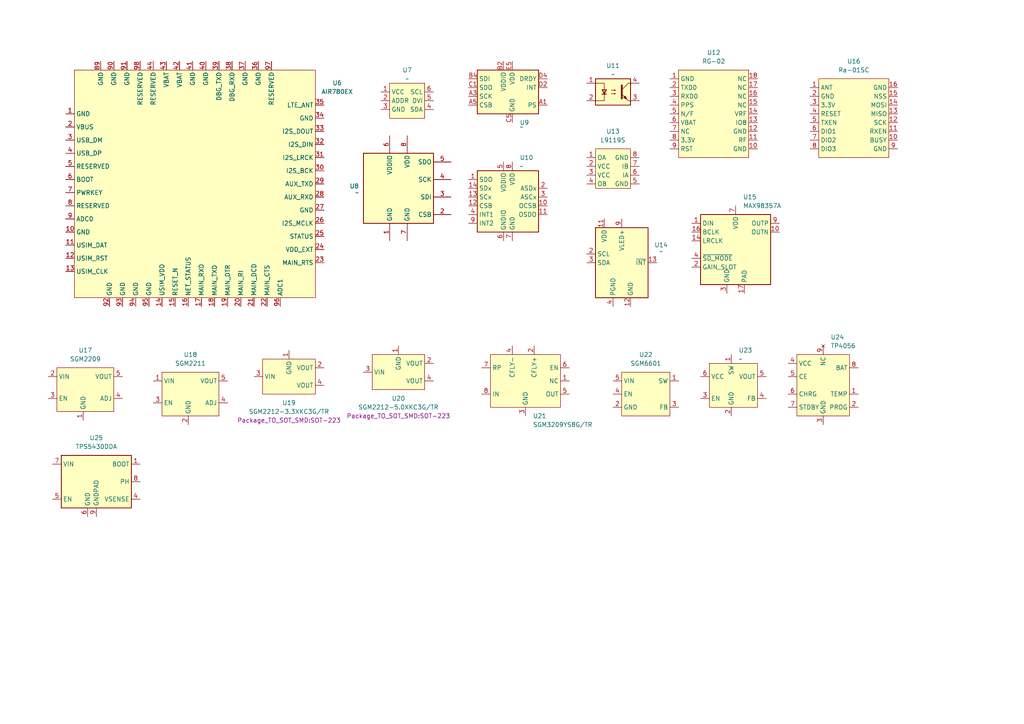
<source format=kicad_sch>
(kicad_sch (version 20241209) (generator "eeschema") (generator_version "9.0")
  (paper "A4")
  (lib_symbols
    (symbol "EXT_IC_Power:SGM2209-ADJ"
      (property "Reference" "U" (at 0 0 0))
      (property "Value" "SGM2209" (at 0 0 0))
      (symbol "SGM2209-ADJ_0_0"
        (pin passive line (at -10.16 12.7 0) (length 2.54) (name "EN") (number "3"))
        (pin passive line (at 11.43 19.05 180) (length 2.54) (name "VOUT") (number "5"))
      )
      (symbol "SGM2209-ADJ_1_0"
        (pin passive line (at -10.16 19.05 0) (length 2.54) (name "VIN") (number "2"))
        (pin passive line (at 0 6.35 90) (length 2.54) (name "GND") (number "1"))
        (pin passive line (at 11.43 12.7 180) (length 2.54) (name "ADJ") (number "4"))
      )
      (symbol "SGM2209-ADJ_1_1"
        (rectangle (start -7.62 21.59) (end 8.89 8.89) (fill (type background)))
      )
    )
    (symbol "EXT_IC_Power:SGM2211-ADJ"
      (property "Reference" "U" (at 1.27 6.35 0))
      (property "Value" "SGM2211" (at 7.366 -4.572 0))
      (symbol "SGM2211-ADJ_0_0"
        (pin passive line (at -8.89 7.62 0) (length 2.54) (name "VIN") (number "1"))
        (pin passive line (at -8.89 1.27 0) (length 2.54) (name "EN") (number "3"))
        (pin passive line (at 1.27 -5.08 90) (length 2.54) (name "GND") (number "2"))
        (pin passive line (at 12.7 7.62 180) (length 2.54) (name "VOUT") (number "5"))
      )
      (symbol "SGM2211-ADJ_1_0"
        (pin passive line (at 12.7 1.27 180) (length 2.54) (name "ADJ") (number "4"))
      )
      (symbol "SGM2211-ADJ_1_1"
        (rectangle (start -6.35 10.16) (end 10.16 -2.54) (fill (type background)))
      )
    )
    (symbol "EXT_IC_Power:SGM2212-3.3XKC3G/TR"
      (property "Reference" "U" (at 0 11.43 0))
      (property "Value" "SGM2212-3.3XKC3G{slash}TR" (at 0 -2.54 0))
      (property "Footprint" "Package_TO_SOT_SMD:SOT-223" (at 0 -5.08 0))
      (symbol "SGM2212-3.3XKC3G/TR_1_1"
        (rectangle (start -8.89 10.16) (end 6.35 0) (fill (type background)))
        (pin input line (at -11.43 5.08 0) (length 2.54) (name "VIN") (number "3"))
        (pin passive line (at -1.27 12.7 270) (length 2.54) (name "GND") (number "1"))
        (pin passive line (at 8.89 7.62 180) (length 2.54) (name "VOUT") (number "2"))
        (pin passive line (at 8.89 2.54 180) (length 2.54) (name "VOUT") (number "4"))
      )
    )
    (symbol "EXT_IC_Power:SGM2212-5.0XKC3G/TR"
      (property "Reference" "U" (at 1.27 11.43 0))
      (property "Value" "SGM2212-5.0XKC3G{slash}TR" (at 0 -2.54 0))
      (property "Footprint" "Package_TO_SOT_SMD:SOT-223" (at 0 -5.08 0))
      (symbol "SGM2212-5.0XKC3G/TR_1_1"
        (rectangle (start -7.62 10.16) (end 7.62 0) (fill (type background)))
        (pin input line (at -10.16 5.08 0) (length 2.54) (name "VIN") (number "3"))
        (pin passive line (at 0 12.7 270) (length 2.54) (name "GND") (number "1"))
        (pin passive line (at 10.16 7.62 180) (length 2.54) (name "VOUT") (number "2"))
        (pin passive line (at 10.16 2.54 180) (length 2.54) (name "VOUT") (number "4"))
      )
    )
    (symbol "EXT_IC_Power:SGM3209"
      (property "Reference" "U" (at -0.254 2.032 0))
      (property "Value" "SGM3209YS8G/TR" (at -0.762 24.13 0))
      (symbol "SGM3209_1_0"
        (pin no_connect line (at -5.08 -10.16 90) (length 5.08) (hide yes) (name "NC") (number "9"))
      )
      (symbol "SGM3209_1_1"
        (rectangle (start -10.16 10.16) (end 10.16 -5.08) (fill (type background)))
        (pin passive line (at -12.7 6.35 0) (length 2.54) (name "RP") (number "7"))
        (pin passive line (at -12.7 -1.27 0) (length 2.54) (name "IN") (number "8"))
        (pin passive line (at -3.81 12.7 270) (length 2.54) (name "CFLY-") (number "4"))
        (pin passive line (at 0 -7.62 90) (length 2.54) (name "GND") (number "3"))
        (pin passive line (at 2.54 12.7 270) (length 2.54) (name "CFLY+") (number "2"))
        (pin passive line (at 12.7 6.35 180) (length 2.54) (name "EN") (number "6"))
        (pin passive line (at 12.7 2.54 180) (length 2.54) (name "NC") (number "1"))
        (pin passive line (at 12.7 -1.27 180) (length 2.54) (name "OUT") (number "5"))
      )
    )
    (symbol "EXT_IC_Power:SGM6601"
      (property "Reference" "U" (at -0.762 10.668 0))
      (property "Value" "SGM6601" (at 0 0 0))
      (symbol "SGM6601_1_1"
        (rectangle (start -7.62 17.78) (end 6.35 5.08) (fill (type background)))
        (pin passive line (at -10.16 15.24 0) (length 2.54) (name "VIN") (number "5"))
        (pin passive line (at -10.16 11.43 0) (length 2.54) (name "EN") (number "4"))
        (pin passive line (at -10.16 7.62 0) (length 2.54) (name "GND") (number "2"))
        (pin passive line (at 8.89 15.24 180) (length 2.54) (name "SW") (number "1"))
        (pin passive line (at 8.89 7.62 180) (length 2.54) (name "FB") (number "3"))
      )
    )
    (symbol "EXT_IC_Power:SGM6605"
      (property "Reference" "U" (at 0 0 0))
      (symbol "SGM6605_1_1"
        (rectangle (start -6.35 6.35) (end 7.62 -6.35) (fill (type background)))
        (pin passive line (at -8.89 2.54 0) (length 2.54) (name "VCC") (number "6"))
        (pin passive line (at -8.89 -3.81 0) (length 2.54) (name "EN") (number "3"))
        (pin passive line (at 0 8.89 270) (length 2.54) (name "SW") (number "1"))
        (pin passive line (at 0 -8.89 90) (length 2.54) (name "GND") (number "2"))
        (pin passive line (at 10.16 2.54 180) (length 2.54) (name "VOUT") (number "5"))
        (pin passive line (at 10.16 -3.81 180) (length 2.54) (name "FB") (number "4"))
      )
    )
    (symbol "EXT_IC_Power:TP4056"
      (property "Reference" "U" (at 0 0 0))
      (property "Value" "TP4056" (at 0 0 0))
      (symbol "TP4056_1_0"
        (pin passive line (at -10.16 -3.81 0) (length 2.54) (name "CHRG") (number "6"))
        (pin passive line (at -10.16 -7.62 0) (length 2.54) (name "STDBY") (number "7"))
        (pin no_connect line (at 0 10.16 270) (length 2.54) (name "NC") (number "9"))
        (pin passive line (at 10.16 3.81 180) (length 2.54) (name "BAT") (number "8"))
      )
      (symbol "TP4056_1_1"
        (rectangle (start -7.62 7.62) (end 7.62 -10.16) (fill (type background)))
        (pin passive line (at -10.16 5.08 0) (length 2.54) (name "VCC") (number "4"))
        (pin passive line (at -10.16 1.27 0) (length 2.54) (name "CE") (number "5"))
        (pin passive line (at 0 -12.7 90) (length 2.54) (name "GND") (number "3"))
        (pin passive line (at 10.16 -3.81 180) (length 2.54) (name "TEMP") (number "1"))
        (pin passive line (at 10.16 -7.62 180) (length 2.54) (name "PROG") (number "2"))
      )
    )
    (symbol "EXT_IC_Power:TPS5430DDA"
      (property "Reference" "U" (at -10.16 8.89 0))
      (property "Value" "TPS5430DDA" (at -1.27 8.89 0))
      (symbol "TPS5430DDA_0_1"
        (rectangle (start -10.16 7.62) (end 10.16 -7.62) (stroke (width 0.254)) (fill (type background)))
      )
      (symbol "TPS5430DDA_1_1"
        (pin power_in line (at -12.7 5.08 0) (length 2.54) (name "VIN") (number "7"))
        (pin input line (at -12.7 -5.08 0) (length 2.54) (name "EN") (number "5"))
        (pin no_connect line (at -10.16 2.54 0) (length 2.54) (hide yes) (name "NC") (number "2"))
        (pin no_connect line (at -10.16 -2.54 0) (length 2.54) (hide yes) (name "NC") (number "3"))
        (pin power_in line (at -2.54 -10.16 90) (length 2.54) (name "GND") (number "6"))
        (pin power_in line (at 0 -10.16 90) (length 2.54) (name "GNDPAD") (number "9"))
        (pin input line (at 12.7 5.08 180) (length 2.54) (name "BOOT") (number "1"))
        (pin output line (at 12.7 0 180) (length 2.54) (name "PH") (number "8"))
        (pin input line (at 12.7 -5.08 180) (length 2.54) (name "VSENSE") (number "4"))
      )
    )
    (symbol "EXT_ICs:Air780EX"
      (property "Reference" "U1" (at 5.08 1.27 0))
      (property "Value" "AIR780EX" (at 2.54 3.81 0))
      (symbol "Air780EX_1_1"
        (rectangle (start -31.75 33.02) (end 38.1 -33.02) (fill (type background)))
        (pin bidirectional line (at -34.29 20.32 0) (length 2.54) (name "GND") (number "1"))
        (pin bidirectional line (at -34.29 16.51 0) (length 2.54) (name "VBUS") (number "2"))
        (pin bidirectional line (at -34.29 12.7 0) (length 2.54) (name "USB_DM") (number "3"))
        (pin bidirectional line (at -34.29 8.89 0) (length 2.54) (name "USB_DP") (number "4"))
        (pin bidirectional line (at -34.29 5.08 0) (length 2.54) (name "RESERVED") (number "5"))
        (pin bidirectional line (at -34.29 1.27 0) (length 2.54) (name "BOOT") (number "6"))
        (pin bidirectional line (at -34.29 -2.54 0) (length 2.54) (name "PWRKEY") (number "7"))
        (pin bidirectional line (at -34.29 -6.35 0) (length 2.54) (name "RESERVED") (number "8"))
        (pin bidirectional line (at -34.29 -10.16 0) (length 2.54) (name "ADC0") (number "9"))
        (pin bidirectional line (at -34.29 -13.97 0) (length 2.54) (name "GND") (number "10"))
        (pin bidirectional line (at -34.29 -17.78 0) (length 2.54) (name "USIM_DAT") (number "11"))
        (pin bidirectional line (at -34.29 -21.59 0) (length 2.54) (name "USIM_RST") (number "12"))
        (pin bidirectional line (at -34.29 -25.4 0) (length 2.54) (name "USIM_CLK") (number "13"))
        (pin bidirectional line (at -24.13 35.56 270) (length 2.54) (name "GND") (number "89"))
        (pin bidirectional line (at -21.59 -35.56 90) (length 2.54) (name "GND") (number "92"))
        (pin bidirectional line (at -20.32 35.56 270) (length 2.54) (name "GND") (number "90"))
        (pin bidirectional line (at -17.78 -35.56 90) (length 2.54) (name "GND") (number "93"))
        (pin bidirectional line (at -16.51 35.56 270) (length 2.54) (name "GND") (number "91"))
        (pin bidirectional line (at -13.97 -35.56 90) (length 2.54) (name "GND") (number "94"))
        (pin bidirectional line (at -12.7 35.56 270) (length 2.54) (name "RESERVED") (number "98"))
        (pin bidirectional line (at -10.16 -35.56 90) (length 2.54) (name "GND") (number "95"))
        (pin bidirectional line (at -8.89 35.56 270) (length 2.54) (name "RESERVED") (number "44"))
        (pin bidirectional line (at -6.35 -35.56 90) (length 2.54) (name "USIM_VDD") (number "14"))
        (pin bidirectional line (at -5.08 35.56 270) (length 2.54) (name "VBAT") (number "43"))
        (pin bidirectional line (at -2.54 -35.56 90) (length 2.54) (name "RESET_N") (number "15"))
        (pin bidirectional line (at -1.27 35.56 270) (length 2.54) (name "VBAT") (number "42"))
        (pin bidirectional line (at 1.27 -35.56 90) (length 2.54) (name "NET_STATUS") (number "16"))
        (pin bidirectional line (at 2.54 35.56 270) (length 2.54) (name "GND") (number "41"))
        (pin bidirectional line (at 5.08 -35.56 90) (length 2.54) (name "MAIN_RXD") (number "17"))
        (pin bidirectional line (at 6.35 35.56 270) (length 2.54) (name "GND") (number "40"))
        (pin bidirectional line (at 8.89 -35.56 90) (length 2.54) (name "MAIN_TXD") (number "18"))
        (pin bidirectional line (at 10.16 35.56 270) (length 2.54) (name "DBG_TXD") (number "39"))
        (pin bidirectional line (at 12.7 -35.56 90) (length 2.54) (name "MAIN_DTR") (number "19"))
        (pin bidirectional line (at 13.97 35.56 270) (length 2.54) (name "DBG_RXD") (number "38"))
        (pin bidirectional line (at 16.51 -35.56 90) (length 2.54) (name "MAIN_RI") (number "20"))
        (pin bidirectional line (at 17.78 35.56 270) (length 2.54) (name "GND") (number "37"))
        (pin bidirectional line (at 20.32 -35.56 90) (length 2.54) (name "MAIN_DCD") (number "21"))
        (pin bidirectional line (at 21.59 35.56 270) (length 2.54) (name "GND") (number "36"))
        (pin bidirectional line (at 24.13 -35.56 90) (length 2.54) (name "MAIN_CTS") (number "22"))
        (pin bidirectional line (at 25.4 35.56 270) (length 2.54) (name "RESERVED") (number "97"))
        (pin bidirectional line (at 27.94 -35.56 90) (length 2.54) (name "ADC1") (number "96"))
        (pin bidirectional line (at 40.64 22.86 180) (length 2.54) (name "LTE_ANT") (number "35"))
        (pin bidirectional line (at 40.64 19.05 180) (length 2.54) (name "GND") (number "34"))
        (pin bidirectional line (at 40.64 15.24 180) (length 2.54) (name "I2S_DOUT") (number "33"))
        (pin bidirectional line (at 40.64 11.43 180) (length 2.54) (name "I2S_DIN") (number "32"))
        (pin bidirectional line (at 40.64 7.62 180) (length 2.54) (name "I2S_LRCK") (number "31"))
        (pin bidirectional line (at 40.64 3.81 180) (length 2.54) (name "I2S_BCK") (number "30"))
        (pin bidirectional line (at 40.64 0 180) (length 2.54) (name "AUX_TXD") (number "29"))
        (pin bidirectional line (at 40.64 -3.81 180) (length 2.54) (name "AUX_RXD") (number "28"))
        (pin bidirectional line (at 40.64 -7.62 180) (length 2.54) (name "GND") (number "27"))
        (pin bidirectional line (at 40.64 -11.43 180) (length 2.54) (name "I2S_MCLK") (number "26"))
        (pin bidirectional line (at 40.64 -15.24 180) (length 2.54) (name "STATUS") (number "25"))
        (pin bidirectional line (at 40.64 -19.05 180) (length 2.54) (name "VDD_EXT") (number "24"))
        (pin bidirectional line (at 40.64 -22.86 180) (length 2.54) (name "MAIN_RTS") (number "23"))
      )
    )
    (symbol "EXT_ICs:BH1750"
      (property "Reference" "U" (at 0 0 0))
      (symbol "BH1750_0_0"
        (pin unspecified line (at -7.62 8.89 0) (length 2.54) (name "VCC") (number "1"))
        (pin unspecified line (at -7.62 6.35 0) (length 2.54) (name "ADDR") (number "2"))
        (pin unspecified line (at -7.62 3.81 0) (length 2.54) (name "GND") (number "3"))
        (pin unspecified line (at 7.62 8.89 180) (length 2.54) (name "SCL") (number "6"))
        (pin unspecified line (at 7.62 6.35 180) (length 2.54) (name "DVI") (number "5"))
        (pin unspecified line (at 7.62 3.81 180) (length 2.54) (name "SDA") (number "4"))
      )
      (symbol "BH1750_1_1"
        (rectangle (start -5.08 11.43) (end 5.08 1.27) (fill (type background)))
      )
    )
    (symbol "EXT_ICs:BME280"
      (property "Reference" "U" (at 0 0 0))
      (symbol "BME280_0_1"
        (rectangle (start -11.43 10.16) (end 8.89 -10.16) (stroke (width 0.254)) (fill (type background)))
      )
      (symbol "BME280_1_1"
        (pin power_in line (at -3.81 15.24 270) (length 5.08) (name "VDDIO") (number "6"))
        (pin power_in line (at -3.81 -15.24 90) (length 5.08) (name "GND") (number "1"))
        (pin power_in line (at 1.27 15.24 270) (length 5.08) (name "VDD") (number "8"))
        (pin power_in line (at 1.27 -15.24 90) (length 5.08) (name "GND") (number "7"))
        (pin bidirectional line (at 13.97 7.62 180) (length 5.08) (name "SDO") (number "5"))
        (pin input line (at 13.97 2.54 180) (length 5.08) (name "SCK") (number "4"))
        (pin bidirectional line (at 13.97 -2.54 180) (length 5.08) (name "SDI") (number "3"))
        (pin input line (at 13.97 -7.62 180) (length 5.08) (name "CSB") (number "2"))
      )
    )
    (symbol "EXT_ICs:BMI150"
      (property "Reference" "U" (at 0 0 0))
      (symbol "BMI150_0_1"
        (rectangle (start -10.16 7.62) (end 7.62 -5.08) (stroke (width 0.254)) (fill (type background)))
      )
      (symbol "BMI150_1_1"
        (pin bidirectional line (at -12.7 5.08 0) (length 2.54) (name "SDI") (number "B4"))
        (pin bidirectional line (at -12.7 2.54 0) (length 2.54) (name "SDO") (number "C1"))
        (pin bidirectional line (at -12.7 0 0) (length 2.54) (name "SCK") (number "A3"))
        (pin input line (at -12.7 -2.54 0) (length 2.54) (name "CSB") (number "A5"))
        (pin power_in line (at -2.54 10.16 270) (length 2.54) (name "VDDIO") (number "B2"))
        (pin power_in line (at 0 10.16 270) (length 2.54) (name "VDD") (number "E5"))
        (pin power_in line (at 0 -7.62 90) (length 2.54) (name "GND") (number "C5"))
        (pin passive line (at 0 -7.62 90) (length 2.54) (hide yes) (name "GND") (number "E1"))
        (pin passive line (at 0 -7.62 90) (length 2.54) (hide yes) (name "GND") (number "E3"))
        (pin output line (at 10.16 5.08 180) (length 2.54) (name "DRDY") (number "D4"))
        (pin output line (at 10.16 2.54 180) (length 2.54) (name "INT") (number "D2"))
        (pin input line (at 10.16 -2.54 180) (length 2.54) (name "PS") (number "A1"))
      )
    )
    (symbol "EXT_ICs:BMI160"
      (property "Reference" "U" (at 0 0 0))
      (symbol "BMI160_1_1"
        (rectangle (start -8.89 8.89) (end 8.89 -8.89) (stroke (width 0.254)) (fill (type background)))
        (pin bidirectional line (at -11.43 6.35 0) (length 2.54) (name "SDO") (number "1"))
        (pin bidirectional line (at -11.43 3.81 0) (length 2.54) (name "SDx") (number "14"))
        (pin input line (at -11.43 1.27 0) (length 2.54) (name "SCx") (number "13"))
        (pin input line (at -11.43 -1.27 0) (length 2.54) (name "CSB") (number "12"))
        (pin bidirectional line (at -11.43 -3.81 0) (length 2.54) (name "INT1") (number "4"))
        (pin bidirectional line (at -11.43 -6.35 0) (length 2.54) (name "INT2") (number "9"))
        (pin power_in line (at -1.27 11.43 270) (length 2.54) (name "VDDIO") (number "5"))
        (pin power_in line (at -1.27 -11.43 90) (length 2.54) (name "GNDIO") (number "6"))
        (pin power_in line (at 1.27 11.43 270) (length 2.54) (name "VDD") (number "8"))
        (pin power_in line (at 1.27 -11.43 90) (length 2.54) (name "GND") (number "7"))
        (pin bidirectional line (at 11.43 3.81 180) (length 2.54) (name "ASDx") (number "2"))
        (pin output line (at 11.43 1.27 180) (length 2.54) (name "ASCx") (number "3"))
        (pin bidirectional line (at 11.43 -1.27 180) (length 2.54) (name "OCSB") (number "10"))
        (pin bidirectional line (at 11.43 -3.81 180) (length 2.54) (name "OSDO") (number "11"))
      )
    )
    (symbol "EXT_ICs:EL817"
      (property "Reference" "U" (at 0 0 0))
      (symbol "EL817_0_1"
        (rectangle (start -3.81 8.89) (end 6.35 1.27) (stroke (width 0.254)) (fill (type background)))
        (polyline (pts (xy -3.81 7.62) (xy -1.27 7.62) (xy -1.27 4.445)))
        (polyline (pts (xy -1.905 4.445) (xy -0.635 4.445)) (stroke (width 0.254)))
        (polyline (pts (xy -1.27 4.445) (xy -1.905 5.715) (xy -0.635 5.715) (xy -1.27 4.445)) (stroke (width 0.254)))
        (polyline (pts (xy -1.27 4.445) (xy -1.27 2.54) (xy -3.81 2.54)))
        (polyline (pts (xy 0.762 5.588) (xy 2.032 5.588) (xy 1.651 5.461) (xy 1.651 5.715) (xy 2.032 5.588)))
        (polyline (pts (xy 0.762 4.572) (xy 2.032 4.572) (xy 1.651 4.445) (xy 1.651 4.699) (xy 2.032 4.572)))
        (polyline (pts (xy 3.81 6.985) (xy 3.81 3.175) (xy 3.81 3.175)) (stroke (width 0.508)))
        (polyline (pts (xy 3.81 5.715) (xy 5.715 7.62)))
        (polyline (pts (xy 4.318 3.429) (xy 4.826 3.937) (xy 5.334 2.921) (xy 4.318 3.429) (xy 4.318 3.429)) (fill (type outline)))
        (polyline (pts (xy 5.715 7.62) (xy 6.35 7.62)))
        (polyline (pts (xy 5.715 2.54) (xy 3.81 4.445)) (fill (type outline)))
        (polyline (pts (xy 5.715 2.54) (xy 6.35 2.54)))
      )
      (symbol "EL817_1_1"
        (pin passive line (at -6.35 7.62 0) (length 2.54) (name "~") (number "1"))
        (pin passive line (at -6.35 2.54 0) (length 2.54) (name "~") (number "2"))
        (pin passive line (at 8.89 7.62 180) (length 2.54) (name "~") (number "4"))
        (pin passive line (at 8.89 2.54 180) (length 2.54) (name "~") (number "3"))
      )
    )
    (symbol "EXT_ICs:GPS-GP-02"
      (property "Reference" "U" (at 0 1.27 0))
      (property "Value" "RG-02" (at 0 1.27 0))
      (symbol "GPS-GP-02_0_0"
        (pin passive line (at -12.7 3.81 0) (length 2.54) (name "GND") (number "1"))
        (pin passive line (at -12.7 1.27 0) (length 2.54) (name "TXD0") (number "2"))
        (pin passive line (at -12.7 -1.27 0) (length 2.54) (name "RXD0") (number "3"))
        (pin passive line (at -12.7 -3.81 0) (length 2.54) (name "PPS") (number "4"))
        (pin passive line (at -12.7 -6.35 0) (length 2.54) (name "N/F") (number "5"))
        (pin passive line (at -12.7 -8.89 0) (length 2.54) (name "VBAT") (number "6"))
        (pin passive line (at -12.7 -11.43 0) (length 2.54) (name "NC") (number "7"))
        (pin passive line (at -12.7 -13.97 0) (length 2.54) (name "3.3V") (number "8"))
        (pin passive line (at -12.7 -16.51 0) (length 2.54) (name "RST") (number "9"))
        (pin passive line (at 12.7 3.81 180) (length 2.54) (name "NC") (number "18"))
        (pin passive line (at 12.7 1.27 180) (length 2.54) (name "NC") (number "17"))
        (pin passive line (at 12.7 -1.27 180) (length 2.54) (name "NC") (number "16"))
        (pin passive line (at 12.7 -3.81 180) (length 2.54) (name "NC") (number "15"))
        (pin passive line (at 12.7 -6.35 180) (length 2.54) (name "VRF") (number "14"))
        (pin passive line (at 12.7 -8.89 180) (length 2.54) (name "IO8") (number "13"))
        (pin passive line (at 12.7 -11.43 180) (length 2.54) (name "GND") (number "12"))
        (pin passive line (at 12.7 -13.97 180) (length 2.54) (name "RF") (number "11"))
        (pin passive line (at 12.7 -16.51 180) (length 2.54) (name "GND") (number "10"))
      )
      (symbol "GPS-GP-02_1_1"
        (rectangle (start -10.16 6.35) (end 10.16 -19.05) (fill (type background)))
      )
    )
    (symbol "EXT_ICs:L9119S"
      (property "Reference" "U" (at -0.254 7.62 0))
      (property "Value" "L9119S" (at -12.7 0 0))
      (symbol "L9119S_0_0"
        (pin passive line (at -7.62 3.81 0) (length 2.54) (name "OA") (number "1"))
        (pin passive line (at -7.62 1.27 0) (length 2.54) (name "VCC") (number "2"))
        (pin passive line (at -7.62 -1.27 0) (length 2.54) (name "VCC") (number "3"))
        (pin passive line (at -7.62 -3.81 0) (length 2.54) (name "OB") (number "4"))
        (pin passive line (at 7.62 3.81 180) (length 2.54) (name "GND") (number "8"))
        (pin passive line (at 7.62 1.27 180) (length 2.54) (name "IB") (number "7"))
        (pin passive line (at 7.62 -1.27 180) (length 2.54) (name "IA") (number "6"))
        (pin passive line (at 7.62 -3.81 180) (length 2.54) (name "GND") (number "5"))
      )
      (symbol "L9119S_1_1"
        (rectangle (start -5.08 6.35) (end 5.08 -5.08) (fill (type background)))
      )
    )
    (symbol "EXT_ICs:MAX30102"
      (property "Reference" "U" (at 0 0 0))
      (symbol "MAX30102_0_1"
        (rectangle (start -7.62 11.43) (end 7.62 -8.89) (stroke (width 0.254)) (fill (type background)))
      )
      (symbol "MAX30102_1_1"
        (pin input line (at -10.16 3.81 0) (length 2.54) (name "SCL") (number "2"))
        (pin bidirectional line (at -10.16 1.27 0) (length 2.54) (name "SDA") (number "3"))
        (pin no_connect line (at -7.62 6.35 0) (length 2.54) (hide yes) (name "NC") (number "1"))
        (pin no_connect line (at -7.62 -1.27 0) (length 2.54) (hide yes) (name "NC") (number "7"))
        (pin power_in line (at -5.08 13.97 270) (length 2.54) (name "VDD") (number "11"))
        (pin power_in line (at -2.54 -11.43 90) (length 2.54) (name "PGND") (number "4"))
        (pin passive line (at 0 13.97 270) (length 2.54) (hide yes) (name "VLED+") (number "10"))
        (pin power_in line (at 0 13.97 270) (length 2.54) (name "VLED+") (number "9"))
        (pin power_in line (at 2.54 -11.43 90) (length 2.54) (name "GND") (number "12"))
        (pin no_connect line (at 7.62 6.35 180) (length 2.54) (hide yes) (name "NC") (number "8"))
        (pin no_connect line (at 7.62 3.81 180) (length 2.54) (hide yes) (name "NC") (number "14"))
        (pin no_connect line (at 7.62 -3.81 180) (length 2.54) (hide yes) (name "NC") (number "6"))
        (pin no_connect line (at 7.62 -6.35 180) (length 2.54) (hide yes) (name "NC") (number "5"))
        (pin output line (at 10.16 1.27 180) (length 2.54) (name "~{INT}") (number "13"))
      )
    )
    (symbol "EXT_ICs:MAX98357A"
      (property "Reference" "U" (at -8.89 11.43 0))
      (property "Value" "MAX98357A" (at 10.16 11.43 0))
      (symbol "MAX98357A_1_1"
        (rectangle (start -10.16 10.16) (end 10.16 -10.16) (stroke (width 0.254)) (fill (type background)))
        (pin input line (at -12.7 7.62 0) (length 2.54) (name "DIN") (number "1"))
        (pin input line (at -12.7 5.08 0) (length 2.54) (name "BCLK") (number "16"))
        (pin input line (at -12.7 2.54 0) (length 2.54) (name "LRCLK") (number "14"))
        (pin input line (at -12.7 -2.54 0) (length 2.54) (name "~{SD_MODE}") (number "4"))
        (pin passive line (at -12.7 -5.08 0) (length 2.54) (name "GAIN_SLOT") (number "2"))
        (pin passive line (at -2.54 -12.7 90) (length 2.54) (hide yes) (name "GND") (number "11"))
        (pin passive line (at -2.54 -12.7 90) (length 2.54) (hide yes) (name "GND") (number "15"))
        (pin power_in line (at -2.54 -12.7 90) (length 2.54) (name "GND") (number "3"))
        (pin power_in line (at 0 12.7 270) (length 2.54) (name "VDD") (number "7"))
        (pin passive line (at 0 12.7 270) (length 2.54) (hide yes) (name "VDD") (number "8"))
        (pin unspecified line (at 2.54 -12.7 90) (length 2.54) (name "PAD") (number "17"))
        (pin no_connect line (at 10.16 2.54 180) (length 2.54) (hide yes) (name "NC") (number "5"))
        (pin no_connect line (at 10.16 0 180) (length 2.54) (hide yes) (name "NC") (number "6"))
        (pin no_connect line (at 10.16 -5.08 180) (length 2.54) (hide yes) (name "NC") (number "12"))
        (pin no_connect line (at 10.16 -7.62 180) (length 2.54) (hide yes) (name "NC") (number "13"))
        (pin output line (at 12.7 7.62 180) (length 2.54) (name "OUTP") (number "9"))
        (pin output line (at 12.7 5.08 180) (length 2.54) (name "OUTN") (number "10"))
      )
    )
    (symbol "EXT_ICs:Ra-01SC"
      (property "Reference" "U" (at 2.286 11.176 0))
      (property "Value" "Ra-01SC" (at 2.794 -11.684 0))
      (symbol "Ra-01SC_0_0"
        (pin passive line (at -10.16 7.62 0) (length 2.54) (name "ANT") (number "1"))
        (pin passive line (at -10.16 5.08 0) (length 2.54) (name "GND") (number "2"))
        (pin passive line (at -10.16 2.54 0) (length 2.54) (name "3.3V") (number "3"))
        (pin passive line (at -10.16 0 0) (length 2.54) (name "RESET") (number "4"))
        (pin passive line (at -10.16 -2.54 0) (length 2.54) (name "TXEN") (number "5"))
        (pin passive line (at -10.16 -5.08 0) (length 2.54) (name "DIO1") (number "6"))
        (pin passive line (at -10.16 -7.62 0) (length 2.54) (name "DIO2") (number "7"))
        (pin passive line (at -10.16 -10.16 0) (length 2.54) (name "DIO3") (number "8"))
        (pin passive line (at 15.24 7.62 180) (length 2.54) (name "GND") (number "16"))
        (pin passive line (at 15.24 5.08 180) (length 2.54) (name "NSS") (number "15"))
        (pin passive line (at 15.24 2.54 180) (length 2.54) (name "MOSI") (number "14"))
        (pin passive line (at 15.24 0 180) (length 2.54) (name "MISO") (number "13"))
        (pin passive line (at 15.24 -2.54 180) (length 2.54) (name "SCK") (number "12"))
        (pin passive line (at 15.24 -5.08 180) (length 2.54) (name "RXEN") (number "11"))
        (pin passive line (at 15.24 -7.62 180) (length 2.54) (name "BUSY") (number "10"))
        (pin passive line (at 15.24 -10.16 180) (length 2.54) (name "GND") (number "9"))
      )
      (symbol "Ra-01SC_1_1"
        (rectangle (start -7.62 10.16) (end 12.7 -12.7) (fill (type background)))
      )
    )
  )
  (symbol (lib_id "EXT_ICs:EL817") (at 176.53 31.75 0) (unit 1)
    (property "Reference" "U11" (at 177.8 19.05 0))
    (property "Value" "~" (at 177.8 21.59 0))
    (property "Footprint" "EXT_IC_SMD:SMD-4_4.6x7.62mm_P2.54mm" (effects (hide yes)))
  )
  (symbol (lib_id "EXT_ICs:Air780EX") (at 53.34 53.34 0) (unit 1)
    (property "Reference" "U6" (at 97.79 24.0598 0))
    (property "Value" "AIR780EX" (at 97.79 26.5998 0))
    (property "Footprint" "EXT_IC_SMD:LCC-54_L17.7-W15.8-P1.10_AIR780EX" (effects (hide yes)))
    (property "Datasheet" "extension://bfdogplmndidlpjfhoijckpakkdjkkil/pdf/viewer.html?file=https%3A%2F%2Fcdn.openluat-luatcommunity.openluat.com%2Fattachment%2F20230818152921083_Air780EX_%25E6%25A8%25A1%25E5%259D%2597%25E4%25BA%25A7%25E5%2593%2581%25E8%25A7%2584%25E6%25A0%25BC%25E4%25B9%25A6_V1.2.pdf" (effects (hide yes)))
    (property "Description" "Air780EX 是合宙通信推出的 LTE Cat.1 bis通信模块" (effects (hide yes)))
  )
  (symbol (lib_id "EXT_IC_Power:SGM3209") (at 152.4 113.03 0) (unit 1)
    (property "Reference" "U21" (at 154.5433 120.65 0) (effects (justify left)))
    (property "Value" "SGM3209YS8G/TR" (at 154.5433 123.19 0) (effects (justify left)))
    (property "Footprint" "Package_SO:HSOP-8-1EP_3.9x4.9mm_P1.27mm_EP2.41x3.1mm" (effects (hide yes)))
    (property "Datasheet" "extension://bfdogplmndidlpjfhoijckpakkdjkkil/pdf/viewer.html?file=https%3A%2F%2Fcn.sg-micro.com%2Fuploads%2Fsoft%2F20221207%2F1670404300.pdf" (effects (hide yes)))
    (property "Description" "电荷泵电压转换器，用于从正输入产生负电源。在3V 到18V 的输入电压可以转换成相应的 -3 V 到 -18 V 的输出电源。" (effects (hide yes)))
  )
  (symbol (lib_id "EXT_ICs:BH1750") (at 118.11 35.56 0) (unit 1)
    (property "Reference" "U7" (at 118.11 20.32 0))
    (property "Value" "~" (at 118.11 22.86 0))
    (property "Footprint" "EXT_IC_SMD:WSOF-6_L2.6-W1.6-P0.50-TL-EP" (effects (hide yes)))
  )
  (symbol (lib_id "EXT_ICs:GPS-GP-02") (at 207.01 26.67 0) (unit 1)
    (property "Reference" "U12" (at 207.01 15.24 0))
    (property "Value" "RG-02" (at 207.01 17.78 0))
    (property "Footprint" "EXT_IC_SMD:GPS-SMD_GP-02" (effects (hide yes)))
  )
  (symbol (lib_id "EXT_IC_Power:TPS5430DDA") (at 27.94 139.7 0) (unit 1)
    (property "Reference" "U25" (at 27.94 127 0))
    (property "Value" "TPS5430DDA" (at 27.94 129.54 0))
    (property "Footprint" "Package_SO:TI_SO-PowerPAD-8_ThermalVias" (effects (hide yes)))
    (property "Datasheet" "http://www.ti.com/lit/ds/symlink/tps5430.pdf" (effects (hide yes)))
    (property "Description" "3A, Step Down Swift Converter, Adjustable Output Voltage, 5.5-36V Input Voltage, PowerSO-8" (effects (hide yes)))
  )
  (symbol (lib_id "EXT_IC_Power:SGM2211-ADJ") (at 53.34 118.11 0) (unit 1)
    (property "Reference" "U18" (at 55.245 102.87 0))
    (property "Value" "SGM2211" (at 55.245 105.41 0))
    (property "Footprint" "Package_TO_SOT_SMD:SOT-23-5" (effects (hide yes)))
    (property "Description" "[圣邦微电子]2.7-20V、500mA、低噪声、低压差线性稳压器" (effects (hide yes)))
  )
  (symbol (lib_id "EXT_ICs:MAX98357A") (at 213.36 72.39 0) (unit 1)
    (property "Reference" "U15" (at 215.5033 57.15 0) (effects (justify left)))
    (property "Value" "MAX98357A" (at 215.5033 59.69 0) (effects (justify left)))
    (property "Footprint" "EXT_IC_SMD:TQFN-16-1EP_3x3mm_P0.5mm_EP1.23x1.23mm" (effects (hide yes)))
    (property "Datasheet" "https://www.analog.com/media/en/technical-documentation/data-sheets/MAX98357A-MAX98357B.pdf" (effects (hide yes)))
    (property "Description" "Mono DAC with amplifier, I2S, PCM, TDM, 32-bit, 96khz, 3.2W, TQFP-16" (effects (hide yes)))
  )
  (symbol (lib_id "EXT_IC_Power:SGM2212-5.0XKC3G/TR") (at 115.57 113.03 0) (unit 1)
    (property "Reference" "U20" (at 115.57 115.57 0))
    (property "Value" "SGM2212-5.0XKC3G/TR" (at 115.57 118.11 0))
    (property "Footprint" "Package_TO_SOT_SMD:SOT-223" (at 115.57 120.65 0))
    (property "Datasheet" "https://www.sg-micro.de/show-product-983.html" (effects (hide yes)))
    (property "Description" "[圣邦微电子]5V的低压差稳压器，其压差为280mV，负载电流为800mA。" (effects (hide yes)))
  )
  (symbol (lib_id "EXT_IC_Power:SGM6605") (at 212.09 111.76 0) (unit 1)
    (property "Reference" "U23" (at 214.2333 101.6 0) (effects (justify left)))
    (property "Value" "~" (at 214.2333 104.14 0) (effects (justify left)))
    (property "Footprint" "Package_TO_SOT_SMD:SOT-23-6" (effects (hide yes)))
    (property "Description" "输入 电压可以接受2.7V到 5.5伏。输出电压可通过峰值进行调节 5.2V。该设备还具有5.0V固定输出 版本" (effects (hide yes)))
  )
  (symbol (lib_id "EXT_IC_Power:SGM6601") (at 187.96 125.73 0) (unit 1)
    (property "Reference" "U22" (at 187.325 102.87 0))
    (property "Value" "SGM6601" (at 187.325 105.41 0))
    (property "Footprint" "Package_TO_SOT_SMD:TSOT-23-5" (effects (hide yes)))
    (property "Datasheet" "extension://bfdogplmndidlpjfhoijckpakkdjkkil/pdf/viewer.html?file=https%3A%2F%2Fcn.sg-micro.com%2Fuploads%2Fsoft%2F20240119%2F1705653977.pdf" (effects (hide yes)))
    (property "Description" "低功耗 DC-DC 升压变换器,输入1.8V to 5.5V，输出38V (MAX)" (effects (hide yes)))
  )
  (symbol (lib_id "EXT_ICs:BME280") (at 116.84 54.61 0) (unit 1)
    (property "Reference" "U8" (at 104.14 53.9749 0) (effects (justify right)))
    (property "Value" "~" (at 104.14 55.88 0) (effects (justify right)))
    (property "Footprint" "Package_LGA:Bosch_LGA-8_2.5x2.5mm_P0.65mm_ClockwisePinNumbering" (effects (hide yes)))
  )
  (symbol (lib_id "EXT_ICs:BMI150") (at 148.59 27.94 0) (unit 1)
    (property "Reference" "U9" (at 150.7333 35.56 0) (effects (justify left)))
    (property "Value" "~" (at 150.7333 36.83 0) (effects (justify left)))
    (property "Footprint" "EXT_IC_SMD:WLCSP-12_1.56x1.56mm_P0.4mm" (effects (hide yes)))
  )
  (symbol (lib_id "EXT_ICs:L9119S") (at 177.8 49.53 0) (unit 1)
    (property "Reference" "U13" (at 177.8 38.1 0))
    (property "Value" "L9119S" (at 177.8 40.64 0))
    (property "Footprint" "Package_SO:SOP-8_5.28x5.23mm_P1.27mm" (effects (hide yes)))
    (property "Description" "直流电机 H 桥驱动电路" (effects (hide yes)))
  )
  (symbol (lib_id "EXT_ICs:Ra-01SC") (at 245.11 33.02 0) (unit 1)
    (property "Reference" "U16" (at 247.65 17.78 0))
    (property "Value" "Ra-01SC" (at 247.65 20.32 0))
    (property "Footprint" "EXT_IC_SMD:COMM-SMD_RA-01S" (effects (hide yes)))
  )
  (symbol (lib_id "EXT_ICs:MAX30102") (at 180.34 77.47 0) (unit 1)
    (property "Reference" "U14" (at 191.77 71.0498 0))
    (property "Value" "~" (at 191.77 72.9549 0))
    (property "Footprint" "EXT_IC_SMD:Maxim_OLGA-14_3.3x5.6mm_P0.8mm" (effects (hide yes)))
  )
  (symbol (lib_id "EXT_ICs:BMI160") (at 147.32 58.42 0) (unit 1)
    (property "Reference" "U10" (at 150.7333 45.72 0) (effects (justify left)))
    (property "Value" "~" (at 150.7333 48.26 0) (effects (justify left)))
    (property "Footprint" "Package_LGA:Bosch_LGA-14_3x2.5mm_P0.5mm" (effects (hide yes)))
  )
  (symbol (lib_id "EXT_IC_Power:TP4056") (at 238.76 110.49 0) (unit 1)
    (property "Reference" "U24" (at 240.9033 97.79 0) (effects (justify left)))
    (property "Value" "TP4056" (at 240.9033 100.33 0) (effects (justify left)))
    (property "Footprint" "EXT_IC_SMD:EPSOP-8" (effects (hide yes)))
    (property "Description" "TP4056是一款单节锂离子电池恒流/恒压线性充电器,采用 底部带散热片的SOP8封装以及简单的外部应用电路，非常 适合便携式设备应用,适合USB电源和适配器电源工作,内 部采用防倒充电路，不需要外部隔离二极管。" (effects (hide yes)))
  )
  (symbol (lib_id "EXT_IC_Power:SGM2209-ADJ") (at 24.13 128.27 0) (unit 1)
    (property "Reference" "U17" (at 24.765 101.6 0))
    (property "Value" "SGM2209" (at 24.765 104.14 0))
    (property "Footprint" "Package_TO_SOT_SMD:SOT-23-5" (effects (hide yes)))
    (property "Datasheet" "extension://bfdogplmndidlpjfhoijckpakkdjkkil/pdf/viewer.html?file=https%3A%2F%2Fcn.sg-micro.com%2Fuploads%2Fsoft%2F20221205%2F1670223252.pdf" (effects (hide yes)))
    (property "Description" "[圣邦微电子]-2.7vto-24v，-500毫安，低噪音，高电源抑制比，负输出线性调节器调压器" (effects (hide yes)))
  )
  (symbol (lib_id "EXT_IC_Power:SGM2212-3.3XKC3G/TR") (at 85.09 114.3 0) (unit 1)
    (property "Reference" "U19" (at 83.82 116.84 0))
    (property "Value" "SGM2212-3.3XKC3G/TR" (at 83.82 119.38 0))
    (property "Footprint" "Package_TO_SOT_SMD:SOT-223" (at 83.82 121.92 0))
    (property "Datasheet" "https://www.sg-micro.de/show-product-983.html" (effects (hide yes)))
    (property "Description" "[圣邦微电子] 3.3V的低压差稳压器，其压差为280mV，负载电流为800mA。" (effects (hide yes)))
  )
)
</source>
